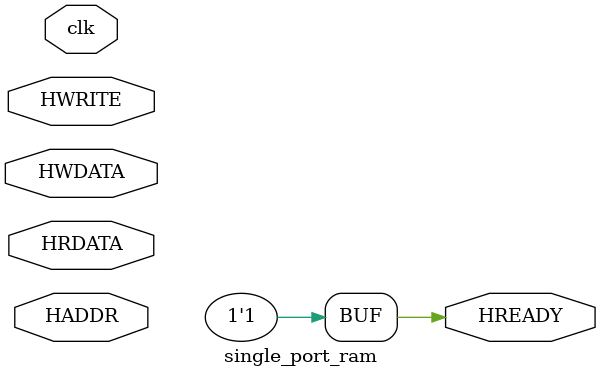
<source format=v>
`timescale 1ns / 1ps


module single_port_ram(

    input clk,
    input [31:0] HADDR,
    input  HWRITE, //write_enable
    input  [31:0] HWDATA,
    //input data_in;
    input  [31:0] HRDATA,
  	
  	output reg HREADY = 1
    //reg
    //output [31:0]data_out
    );

reg [31:0] ram_memory[31:0]; // a 32 byte ( 32*8 bit)  RAM  



always@(posedge clk)
    
    begin
        if (HWRITE)
        ram_memory[HADDR] <= HWDATA;
    end 
        
        

assign data_out = ram_memory[HADDR];



endmodule



</source>
